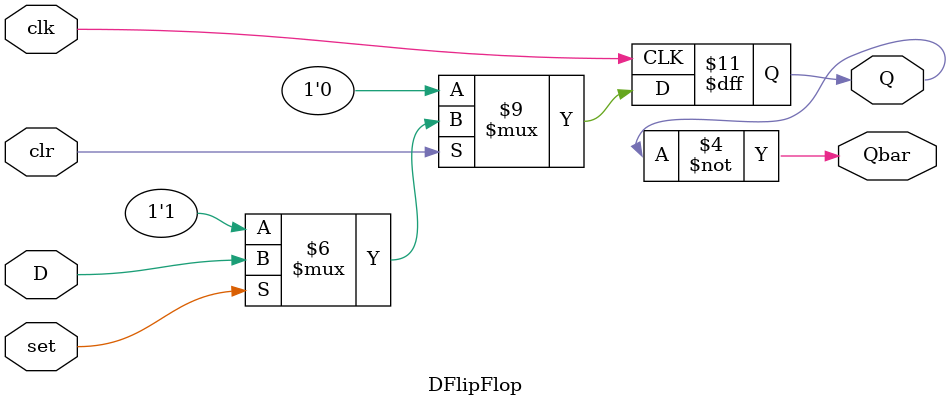
<source format=v>
`timescale 1ns / 1ps
module DFlipFlop(
	input D, clk, clr, set,
	output reg Q,
	output Qbar
    );
	
	always @(posedge clk) begin
		if(clr == 0) Q <= 0;
		else if(set == 0) Q <= 1;
		else Q <= D;
	end
	
	assign Qbar = ~Q;
endmodule

</source>
